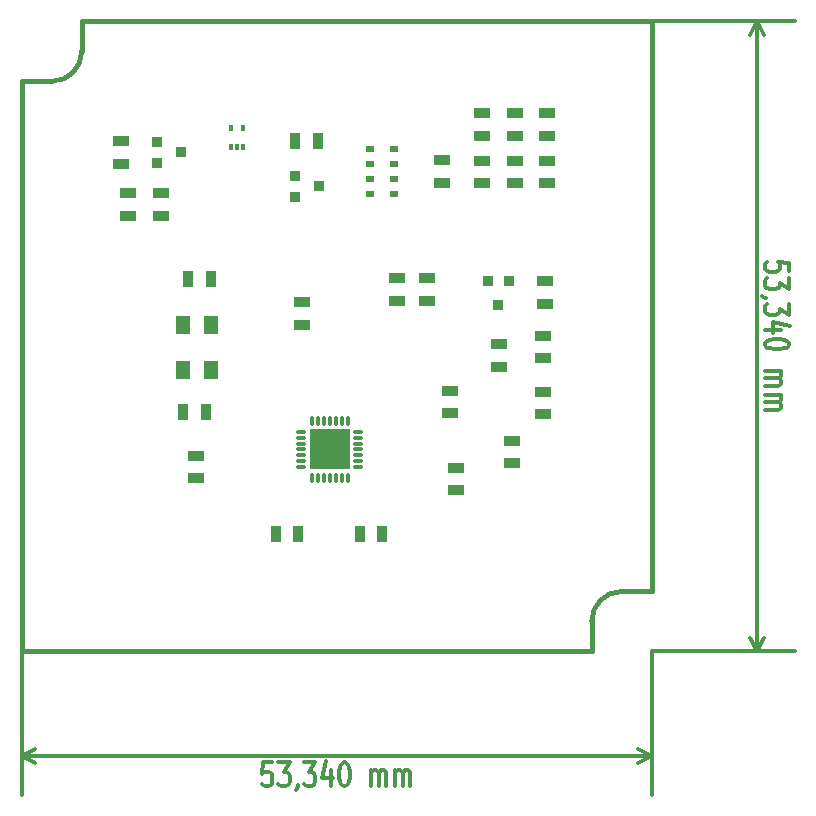
<source format=gtp>
G04 (created by PCBNEW (2013-mar-13)-testing) date Tue 30 Jul 2013 04:20:25 PM CEST*
%MOIN*%
G04 Gerber Fmt 3.4, Leading zero omitted, Abs format*
%FSLAX34Y34*%
G01*
G70*
G90*
G04 APERTURE LIST*
%ADD10C,0.005906*%
%ADD11C,0.015000*%
%ADD12C,0.012000*%
%ADD13R,0.036000X0.036000*%
%ADD14R,0.011800X0.019700*%
%ADD15O,0.011000X0.039400*%
%ADD16O,0.039400X0.011000*%
%ADD17R,0.137800X0.137800*%
%ADD18R,0.031500X0.019700*%
%ADD19R,0.051200X0.063000*%
%ADD20R,0.055000X0.035000*%
%ADD21R,0.035000X0.055000*%
G04 APERTURE END LIST*
G54D10*
G54D11*
X21000Y-19000D02*
X40000Y-19000D01*
X21000Y-19500D02*
X21000Y-19000D01*
X19000Y-21000D02*
X19500Y-21000D01*
X19000Y-40000D02*
X19000Y-21000D01*
X40000Y-19000D02*
X40000Y-38000D01*
X38000Y-40000D02*
X19000Y-40000D01*
X38000Y-39000D02*
X38000Y-40000D01*
X40000Y-38000D02*
X39000Y-38000D01*
X39000Y-38000D02*
G75*
G03X38000Y-39000I0J-1000D01*
G74*
G01*
X21000Y-19500D02*
X21000Y-20000D01*
X19500Y-21000D02*
X20000Y-21000D01*
X20000Y-21000D02*
G75*
G03X21000Y-20000I0J1000D01*
G74*
G01*
G54D12*
X27328Y-43700D02*
X27042Y-43700D01*
X27014Y-44081D01*
X27042Y-44043D01*
X27099Y-44005D01*
X27242Y-44005D01*
X27299Y-44043D01*
X27328Y-44081D01*
X27357Y-44158D01*
X27357Y-44348D01*
X27328Y-44424D01*
X27299Y-44462D01*
X27242Y-44500D01*
X27099Y-44500D01*
X27042Y-44462D01*
X27014Y-44424D01*
X27557Y-43700D02*
X27928Y-43700D01*
X27728Y-44005D01*
X27814Y-44005D01*
X27871Y-44043D01*
X27899Y-44081D01*
X27928Y-44158D01*
X27928Y-44348D01*
X27899Y-44424D01*
X27871Y-44462D01*
X27814Y-44500D01*
X27642Y-44500D01*
X27585Y-44462D01*
X27557Y-44424D01*
X28214Y-44462D02*
X28214Y-44500D01*
X28185Y-44577D01*
X28157Y-44615D01*
X28414Y-43700D02*
X28785Y-43700D01*
X28585Y-44005D01*
X28671Y-44005D01*
X28728Y-44043D01*
X28757Y-44081D01*
X28785Y-44158D01*
X28785Y-44348D01*
X28757Y-44424D01*
X28728Y-44462D01*
X28671Y-44500D01*
X28500Y-44500D01*
X28442Y-44462D01*
X28414Y-44424D01*
X29300Y-43967D02*
X29300Y-44500D01*
X29157Y-43662D02*
X29014Y-44234D01*
X29385Y-44234D01*
X29728Y-43700D02*
X29785Y-43700D01*
X29842Y-43739D01*
X29871Y-43777D01*
X29900Y-43853D01*
X29928Y-44005D01*
X29928Y-44196D01*
X29900Y-44348D01*
X29871Y-44424D01*
X29842Y-44462D01*
X29785Y-44500D01*
X29728Y-44500D01*
X29671Y-44462D01*
X29642Y-44424D01*
X29614Y-44348D01*
X29585Y-44196D01*
X29585Y-44005D01*
X29614Y-43853D01*
X29642Y-43777D01*
X29671Y-43739D01*
X29728Y-43700D01*
X30642Y-44500D02*
X30642Y-43967D01*
X30642Y-44043D02*
X30671Y-44005D01*
X30728Y-43967D01*
X30814Y-43967D01*
X30871Y-44005D01*
X30900Y-44081D01*
X30900Y-44500D01*
X30900Y-44081D02*
X30928Y-44005D01*
X30985Y-43967D01*
X31071Y-43967D01*
X31128Y-44005D01*
X31157Y-44081D01*
X31157Y-44500D01*
X31442Y-44500D02*
X31442Y-43967D01*
X31442Y-44043D02*
X31471Y-44005D01*
X31528Y-43967D01*
X31614Y-43967D01*
X31671Y-44005D01*
X31700Y-44081D01*
X31700Y-44500D01*
X31700Y-44081D02*
X31728Y-44005D01*
X31785Y-43967D01*
X31871Y-43967D01*
X31928Y-44005D01*
X31957Y-44081D01*
X31957Y-44500D01*
X19000Y-43499D02*
X40000Y-43499D01*
X19000Y-40000D02*
X19000Y-44779D01*
X40000Y-40000D02*
X40000Y-44779D01*
X40000Y-43499D02*
X39557Y-43729D01*
X40000Y-43499D02*
X39557Y-43269D01*
X19000Y-43499D02*
X19443Y-43729D01*
X19000Y-43499D02*
X19443Y-43269D01*
X44577Y-27328D02*
X44577Y-27042D01*
X44196Y-27014D01*
X44234Y-27042D01*
X44272Y-27099D01*
X44272Y-27242D01*
X44234Y-27299D01*
X44196Y-27328D01*
X44119Y-27357D01*
X43929Y-27357D01*
X43853Y-27328D01*
X43815Y-27299D01*
X43777Y-27242D01*
X43777Y-27099D01*
X43815Y-27042D01*
X43853Y-27014D01*
X44577Y-27557D02*
X44577Y-27928D01*
X44272Y-27728D01*
X44272Y-27814D01*
X44234Y-27871D01*
X44196Y-27899D01*
X44119Y-27928D01*
X43929Y-27928D01*
X43853Y-27899D01*
X43815Y-27871D01*
X43777Y-27814D01*
X43777Y-27642D01*
X43815Y-27585D01*
X43853Y-27557D01*
X43815Y-28214D02*
X43777Y-28214D01*
X43700Y-28185D01*
X43662Y-28157D01*
X44577Y-28414D02*
X44577Y-28785D01*
X44272Y-28585D01*
X44272Y-28671D01*
X44234Y-28728D01*
X44196Y-28757D01*
X44119Y-28785D01*
X43929Y-28785D01*
X43853Y-28757D01*
X43815Y-28728D01*
X43777Y-28671D01*
X43777Y-28500D01*
X43815Y-28442D01*
X43853Y-28414D01*
X44310Y-29300D02*
X43777Y-29300D01*
X44615Y-29157D02*
X44043Y-29014D01*
X44043Y-29385D01*
X44577Y-29728D02*
X44577Y-29785D01*
X44539Y-29842D01*
X44500Y-29871D01*
X44424Y-29900D01*
X44272Y-29928D01*
X44081Y-29928D01*
X43929Y-29900D01*
X43853Y-29871D01*
X43815Y-29842D01*
X43777Y-29785D01*
X43777Y-29728D01*
X43815Y-29671D01*
X43853Y-29642D01*
X43929Y-29614D01*
X44081Y-29585D01*
X44272Y-29585D01*
X44424Y-29614D01*
X44500Y-29642D01*
X44539Y-29671D01*
X44577Y-29728D01*
X43777Y-30642D02*
X44310Y-30642D01*
X44234Y-30642D02*
X44272Y-30671D01*
X44310Y-30728D01*
X44310Y-30814D01*
X44272Y-30871D01*
X44196Y-30900D01*
X43777Y-30900D01*
X44196Y-30900D02*
X44272Y-30928D01*
X44310Y-30985D01*
X44310Y-31071D01*
X44272Y-31128D01*
X44196Y-31157D01*
X43777Y-31157D01*
X43777Y-31442D02*
X44310Y-31442D01*
X44234Y-31442D02*
X44272Y-31471D01*
X44310Y-31528D01*
X44310Y-31614D01*
X44272Y-31671D01*
X44196Y-31700D01*
X43777Y-31700D01*
X44196Y-31700D02*
X44272Y-31728D01*
X44310Y-31785D01*
X44310Y-31871D01*
X44272Y-31928D01*
X44196Y-31957D01*
X43777Y-31957D01*
X43499Y-19000D02*
X43499Y-40000D01*
X40000Y-19000D02*
X44779Y-19000D01*
X40000Y-40000D02*
X44779Y-40000D01*
X43499Y-40000D02*
X43269Y-39557D01*
X43499Y-40000D02*
X43729Y-39557D01*
X43499Y-19000D02*
X43269Y-19443D01*
X43499Y-19000D02*
X43729Y-19443D01*
G54D13*
X34543Y-27641D03*
X35243Y-27641D03*
X34893Y-28441D03*
X28100Y-24850D03*
X28100Y-24150D03*
X28900Y-24500D03*
X23508Y-23706D03*
X23508Y-23006D03*
X24308Y-23356D03*
G54D14*
X25975Y-22549D03*
X26369Y-22549D03*
X26369Y-23179D03*
X26172Y-23179D03*
X25975Y-23179D03*
G54D15*
X28679Y-32325D03*
X29664Y-32325D03*
X29861Y-32325D03*
X29270Y-32325D03*
X29467Y-32325D03*
X29073Y-32325D03*
X28876Y-32325D03*
X28876Y-34215D03*
X29073Y-34215D03*
X29467Y-34215D03*
X29270Y-34215D03*
X29664Y-34215D03*
X29861Y-34215D03*
X28679Y-34215D03*
G54D16*
X30215Y-33270D03*
X30215Y-33467D03*
X30215Y-33861D03*
X30215Y-33664D03*
X30215Y-32876D03*
X30215Y-33073D03*
X30215Y-32679D03*
X28325Y-32679D03*
X28325Y-33073D03*
X28325Y-32876D03*
X28325Y-33664D03*
X28325Y-33861D03*
X28325Y-33467D03*
X28325Y-33270D03*
G54D17*
X29270Y-33270D03*
G54D18*
X31394Y-23262D03*
X31394Y-23754D03*
X31394Y-24738D03*
X31394Y-24246D03*
X30606Y-24246D03*
X30606Y-24738D03*
X30606Y-23754D03*
X30606Y-23262D03*
G54D19*
X25295Y-29133D03*
X25295Y-30629D03*
X24389Y-30629D03*
X24389Y-29133D03*
G54D20*
X34922Y-30513D03*
X34922Y-29763D03*
G54D21*
X28125Y-23000D03*
X28875Y-23000D03*
G54D20*
X23632Y-25474D03*
X23632Y-24724D03*
X22304Y-22991D03*
X22304Y-23741D03*
X33000Y-23625D03*
X33000Y-24375D03*
G54D21*
X30275Y-36100D03*
X31025Y-36100D03*
X28225Y-36100D03*
X27475Y-36100D03*
G54D20*
X31502Y-28306D03*
X31502Y-27556D03*
X32502Y-28306D03*
X32502Y-27556D03*
G54D21*
X24546Y-27578D03*
X25296Y-27578D03*
X25131Y-32027D03*
X24381Y-32027D03*
G54D20*
X35354Y-33721D03*
X35354Y-32971D03*
X33464Y-34626D03*
X33464Y-33876D03*
X24803Y-34233D03*
X24803Y-33483D03*
X36368Y-31347D03*
X36368Y-32097D03*
X36516Y-22066D03*
X36516Y-22816D03*
X35433Y-22066D03*
X35433Y-22816D03*
X34350Y-22066D03*
X34350Y-22816D03*
X36368Y-30227D03*
X36368Y-29477D03*
X36437Y-27656D03*
X36437Y-28406D03*
X36516Y-23641D03*
X36516Y-24391D03*
X35433Y-23641D03*
X35433Y-24391D03*
X34350Y-23641D03*
X34350Y-24391D03*
X22530Y-24724D03*
X22530Y-25474D03*
X33267Y-32067D03*
X33267Y-31317D03*
X28346Y-29115D03*
X28346Y-28365D03*
M02*

</source>
